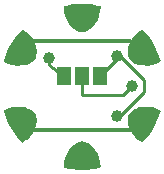
<source format=gbr>
G04 EAGLE Gerber RS-274X export*
G75*
%MOMM*%
%FSLAX34Y34*%
%LPD*%
%INBottom Copper*%
%IPPOS*%
%AMOC8*
5,1,8,0,0,1.08239X$1,22.5*%
G01*
%ADD10C,2.184400*%
%ADD11R,1.168400X1.600200*%
%ADD12C,0.254000*%
%ADD13C,1.008000*%
%ADD14C,0.304800*%

G36*
X3062Y-70944D02*
X3062Y-70944D01*
X3099Y-70946D01*
X9133Y-70312D01*
X9160Y-70304D01*
X9198Y-70302D01*
X15132Y-69040D01*
X15154Y-69031D01*
X15178Y-69029D01*
X15257Y-68989D01*
X15340Y-68956D01*
X15357Y-68940D01*
X15378Y-68929D01*
X15411Y-68895D01*
X15413Y-68893D01*
X15422Y-68883D01*
X15439Y-68864D01*
X15505Y-68804D01*
X15516Y-68783D01*
X15532Y-68765D01*
X15548Y-68727D01*
X15555Y-68719D01*
X15568Y-68681D01*
X15607Y-68604D01*
X15610Y-68581D01*
X15619Y-68559D01*
X15622Y-68521D01*
X15627Y-68506D01*
X15626Y-68467D01*
X15630Y-68411D01*
X15633Y-68381D01*
X15632Y-68377D01*
X15632Y-68372D01*
X15345Y-64613D01*
X15334Y-64573D01*
X15329Y-64515D01*
X14457Y-60848D01*
X14440Y-60810D01*
X14426Y-60753D01*
X12991Y-57268D01*
X12969Y-57233D01*
X12946Y-57179D01*
X10983Y-53961D01*
X10956Y-53930D01*
X10925Y-53880D01*
X8483Y-51009D01*
X8445Y-50978D01*
X8389Y-50919D01*
X6603Y-49533D01*
X6578Y-49520D01*
X6574Y-49515D01*
X6563Y-49510D01*
X6535Y-49487D01*
X4583Y-48346D01*
X4550Y-48334D01*
X4509Y-48309D01*
X2426Y-47432D01*
X2391Y-47425D01*
X2347Y-47405D01*
X168Y-46808D01*
X92Y-46802D01*
X19Y-46786D01*
X-24Y-46791D01*
X-56Y-46788D01*
X-100Y-46800D01*
X-168Y-46808D01*
X-2347Y-47405D01*
X-2379Y-47421D01*
X-2426Y-47432D01*
X-4509Y-48309D01*
X-4539Y-48328D01*
X-4583Y-48346D01*
X-6535Y-49487D01*
X-6561Y-49510D01*
X-6603Y-49533D01*
X-8389Y-50919D01*
X-8422Y-50956D01*
X-8483Y-51009D01*
X-10925Y-53880D01*
X-10946Y-53916D01*
X-10983Y-53961D01*
X-12946Y-57179D01*
X-12961Y-57217D01*
X-12991Y-57268D01*
X-14426Y-60753D01*
X-14435Y-60794D01*
X-14457Y-60848D01*
X-15329Y-64515D01*
X-15331Y-64556D01*
X-15345Y-64613D01*
X-15632Y-68372D01*
X-15630Y-68395D01*
X-15634Y-68419D01*
X-15622Y-68490D01*
X-15620Y-68543D01*
X-15613Y-68560D01*
X-15610Y-68595D01*
X-15599Y-68616D01*
X-15595Y-68640D01*
X-15550Y-68716D01*
X-15550Y-68717D01*
X-15536Y-68751D01*
X-15529Y-68758D01*
X-15511Y-68796D01*
X-15493Y-68813D01*
X-15481Y-68833D01*
X-15413Y-68889D01*
X-15391Y-68910D01*
X-15384Y-68917D01*
X-15382Y-68918D01*
X-15348Y-68950D01*
X-15326Y-68960D01*
X-15307Y-68975D01*
X-15170Y-69026D01*
X-15141Y-69038D01*
X-15137Y-69039D01*
X-15132Y-69040D01*
X-9198Y-70302D01*
X-9169Y-70303D01*
X-9133Y-70312D01*
X-3099Y-70946D01*
X-3071Y-70944D01*
X-3033Y-70950D01*
X3033Y-70950D01*
X3062Y-70944D01*
G37*
G36*
X-51160Y17469D02*
X-51160Y17469D01*
X-51120Y17477D01*
X-51061Y17479D01*
X-47354Y18158D01*
X-47307Y18175D01*
X-47228Y18194D01*
X-45135Y19048D01*
X-45105Y19067D01*
X-45061Y19084D01*
X-43097Y20204D01*
X-43070Y20226D01*
X-43028Y20249D01*
X-41227Y21615D01*
X-41203Y21641D01*
X-41165Y21670D01*
X-39558Y23259D01*
X-39514Y23321D01*
X-39464Y23377D01*
X-39451Y23407D01*
X-39446Y23414D01*
X-39443Y23422D01*
X-39429Y23443D01*
X-39417Y23487D01*
X-39390Y23549D01*
X-38817Y25736D01*
X-38814Y25771D01*
X-38801Y25817D01*
X-38519Y28060D01*
X-38521Y28095D01*
X-38514Y28142D01*
X-38526Y30402D01*
X-38533Y30437D01*
X-38532Y30485D01*
X-38839Y32724D01*
X-38855Y32771D01*
X-38870Y32851D01*
X-40136Y36402D01*
X-40157Y36437D01*
X-40177Y36492D01*
X-41982Y39801D01*
X-42008Y39833D01*
X-42037Y39885D01*
X-44337Y42870D01*
X-44368Y42898D01*
X-44404Y42944D01*
X-47144Y45533D01*
X-47178Y45555D01*
X-47221Y45595D01*
X-50332Y47724D01*
X-50354Y47734D01*
X-50372Y47749D01*
X-50455Y47779D01*
X-50470Y47786D01*
X-50486Y47794D01*
X-50489Y47794D01*
X-50537Y47816D01*
X-50561Y47817D01*
X-50583Y47825D01*
X-50672Y47825D01*
X-50761Y47831D01*
X-50783Y47824D01*
X-50807Y47824D01*
X-50891Y47792D01*
X-50976Y47767D01*
X-50995Y47752D01*
X-51017Y47744D01*
X-51093Y47682D01*
X-51116Y47668D01*
X-51129Y47651D01*
X-51131Y47650D01*
X-51155Y47632D01*
X-51157Y47628D01*
X-51162Y47625D01*
X-55221Y43117D01*
X-55236Y43092D01*
X-55263Y43065D01*
X-58828Y38157D01*
X-58841Y38131D01*
X-58864Y38102D01*
X-61898Y32848D01*
X-61907Y32821D01*
X-61928Y32789D01*
X-64395Y27247D01*
X-64402Y27219D01*
X-64419Y27185D01*
X-66293Y21416D01*
X-66297Y21392D01*
X-66306Y21370D01*
X-66312Y21282D01*
X-66324Y21193D01*
X-66319Y21170D01*
X-66320Y21146D01*
X-66295Y21061D01*
X-66275Y20974D01*
X-66262Y20954D01*
X-66255Y20932D01*
X-66202Y20861D01*
X-66153Y20786D01*
X-66134Y20772D01*
X-66120Y20753D01*
X-65997Y20670D01*
X-65973Y20652D01*
X-65969Y20651D01*
X-65965Y20648D01*
X-62566Y19018D01*
X-62526Y19007D01*
X-62473Y18982D01*
X-58861Y17904D01*
X-58820Y17899D01*
X-58764Y17883D01*
X-55028Y17383D01*
X-54987Y17385D01*
X-54928Y17378D01*
X-51160Y17469D01*
G37*
G36*
X54969Y17384D02*
X54969Y17384D01*
X55028Y17383D01*
X58764Y17883D01*
X58803Y17896D01*
X58861Y17904D01*
X62473Y18982D01*
X62510Y19001D01*
X62566Y19018D01*
X65965Y20648D01*
X65984Y20662D01*
X66006Y20670D01*
X66074Y20727D01*
X66146Y20779D01*
X66160Y20799D01*
X66178Y20814D01*
X66222Y20891D01*
X66271Y20965D01*
X66277Y20989D01*
X66289Y21009D01*
X66303Y21097D01*
X66323Y21184D01*
X66321Y21207D01*
X66324Y21231D01*
X66300Y21377D01*
X66296Y21406D01*
X66294Y21410D01*
X66293Y21416D01*
X64419Y27185D01*
X64405Y27211D01*
X64395Y27247D01*
X61928Y32789D01*
X61911Y32813D01*
X61898Y32848D01*
X58864Y38102D01*
X58846Y38124D01*
X58828Y38157D01*
X55263Y43065D01*
X55242Y43085D01*
X55221Y43117D01*
X51162Y47625D01*
X51143Y47639D01*
X51129Y47659D01*
X51099Y47679D01*
X51087Y47691D01*
X51054Y47709D01*
X50984Y47762D01*
X50962Y47769D01*
X50942Y47783D01*
X50855Y47803D01*
X50770Y47830D01*
X50746Y47828D01*
X50723Y47834D01*
X50635Y47823D01*
X50546Y47818D01*
X50524Y47809D01*
X50501Y47806D01*
X50453Y47782D01*
X50450Y47782D01*
X50444Y47778D01*
X50368Y47741D01*
X50340Y47729D01*
X50337Y47726D01*
X50332Y47724D01*
X47221Y45595D01*
X47192Y45566D01*
X47144Y45533D01*
X44404Y42944D01*
X44380Y42911D01*
X44337Y42870D01*
X42037Y39885D01*
X42018Y39848D01*
X41982Y39801D01*
X40177Y36492D01*
X40164Y36453D01*
X40136Y36402D01*
X38870Y32851D01*
X38862Y32802D01*
X38839Y32724D01*
X38532Y30485D01*
X38534Y30450D01*
X38526Y30402D01*
X38514Y28142D01*
X38520Y28107D01*
X38519Y28060D01*
X38801Y25817D01*
X38812Y25783D01*
X38817Y25736D01*
X39390Y23549D01*
X39422Y23481D01*
X39445Y23409D01*
X39463Y23385D01*
X39465Y23382D01*
X39471Y23375D01*
X39485Y23346D01*
X39517Y23314D01*
X39558Y23259D01*
X41165Y21670D01*
X41194Y21650D01*
X41227Y21615D01*
X43028Y20249D01*
X43060Y20233D01*
X43097Y20204D01*
X45061Y19084D01*
X45094Y19072D01*
X45135Y19048D01*
X47228Y18194D01*
X47277Y18184D01*
X47354Y18158D01*
X51061Y17479D01*
X51102Y17479D01*
X51160Y17469D01*
X54928Y17378D01*
X54969Y17384D01*
G37*
G36*
X50783Y-47824D02*
X50783Y-47824D01*
X50807Y-47824D01*
X50891Y-47792D01*
X50976Y-47767D01*
X50995Y-47752D01*
X51017Y-47744D01*
X51131Y-47650D01*
X51155Y-47632D01*
X51157Y-47628D01*
X51162Y-47625D01*
X55221Y-43117D01*
X55236Y-43092D01*
X55263Y-43065D01*
X58828Y-38157D01*
X58841Y-38131D01*
X58864Y-38102D01*
X61898Y-32848D01*
X61907Y-32821D01*
X61928Y-32789D01*
X64395Y-27247D01*
X64402Y-27219D01*
X64419Y-27185D01*
X66293Y-21416D01*
X66297Y-21392D01*
X66306Y-21370D01*
X66312Y-21282D01*
X66324Y-21193D01*
X66319Y-21170D01*
X66320Y-21146D01*
X66295Y-21061D01*
X66275Y-20974D01*
X66262Y-20954D01*
X66255Y-20932D01*
X66202Y-20861D01*
X66153Y-20786D01*
X66134Y-20772D01*
X66120Y-20753D01*
X65997Y-20670D01*
X65973Y-20652D01*
X65969Y-20651D01*
X65965Y-20648D01*
X62566Y-19018D01*
X62526Y-19007D01*
X62473Y-18982D01*
X58861Y-17904D01*
X58820Y-17899D01*
X58764Y-17883D01*
X55028Y-17383D01*
X54987Y-17385D01*
X54928Y-17378D01*
X51160Y-17469D01*
X51120Y-17477D01*
X51061Y-17479D01*
X47354Y-18158D01*
X47307Y-18175D01*
X47228Y-18194D01*
X45135Y-19048D01*
X45105Y-19067D01*
X45061Y-19084D01*
X43097Y-20204D01*
X43070Y-20226D01*
X43028Y-20249D01*
X41227Y-21615D01*
X41203Y-21641D01*
X41165Y-21670D01*
X39558Y-23259D01*
X39514Y-23321D01*
X39464Y-23377D01*
X39447Y-23416D01*
X39429Y-23443D01*
X39417Y-23487D01*
X39390Y-23549D01*
X38817Y-25736D01*
X38814Y-25771D01*
X38801Y-25817D01*
X38519Y-28060D01*
X38521Y-28095D01*
X38514Y-28142D01*
X38526Y-30402D01*
X38533Y-30437D01*
X38532Y-30485D01*
X38839Y-32724D01*
X38843Y-32737D01*
X38844Y-32743D01*
X38853Y-32767D01*
X38855Y-32771D01*
X38870Y-32851D01*
X40136Y-36402D01*
X40157Y-36437D01*
X40177Y-36492D01*
X41982Y-39801D01*
X42008Y-39833D01*
X42037Y-39885D01*
X44337Y-42870D01*
X44368Y-42898D01*
X44404Y-42944D01*
X47144Y-45533D01*
X47178Y-45555D01*
X47221Y-45595D01*
X50332Y-47724D01*
X50354Y-47734D01*
X50372Y-47749D01*
X50455Y-47779D01*
X50537Y-47816D01*
X50561Y-47817D01*
X50583Y-47825D01*
X50672Y-47825D01*
X50761Y-47831D01*
X50783Y-47824D01*
G37*
G36*
X-50635Y-47823D02*
X-50635Y-47823D01*
X-50546Y-47818D01*
X-50524Y-47809D01*
X-50501Y-47806D01*
X-50368Y-47741D01*
X-50340Y-47729D01*
X-50337Y-47726D01*
X-50332Y-47724D01*
X-47221Y-45595D01*
X-47192Y-45566D01*
X-47144Y-45533D01*
X-44404Y-42944D01*
X-44380Y-42911D01*
X-44337Y-42870D01*
X-42037Y-39885D01*
X-42018Y-39848D01*
X-41982Y-39801D01*
X-40177Y-36492D01*
X-40164Y-36453D01*
X-40136Y-36402D01*
X-38870Y-32851D01*
X-38862Y-32802D01*
X-38839Y-32724D01*
X-38532Y-30485D01*
X-38534Y-30450D01*
X-38526Y-30402D01*
X-38514Y-28142D01*
X-38520Y-28107D01*
X-38519Y-28060D01*
X-38801Y-25817D01*
X-38812Y-25783D01*
X-38817Y-25736D01*
X-39390Y-23549D01*
X-39422Y-23481D01*
X-39445Y-23409D01*
X-39471Y-23375D01*
X-39485Y-23346D01*
X-39517Y-23314D01*
X-39558Y-23259D01*
X-41165Y-21670D01*
X-41194Y-21650D01*
X-41227Y-21615D01*
X-43028Y-20249D01*
X-43060Y-20233D01*
X-43097Y-20204D01*
X-45061Y-19084D01*
X-45094Y-19072D01*
X-45135Y-19048D01*
X-47228Y-18194D01*
X-47277Y-18184D01*
X-47354Y-18158D01*
X-51061Y-17479D01*
X-51102Y-17479D01*
X-51160Y-17469D01*
X-54928Y-17378D01*
X-54969Y-17384D01*
X-55028Y-17383D01*
X-58764Y-17883D01*
X-58803Y-17896D01*
X-58861Y-17904D01*
X-62473Y-18982D01*
X-62510Y-19001D01*
X-62566Y-19018D01*
X-65965Y-20648D01*
X-65984Y-20662D01*
X-66006Y-20670D01*
X-66074Y-20727D01*
X-66146Y-20779D01*
X-66160Y-20799D01*
X-66178Y-20814D01*
X-66222Y-20891D01*
X-66271Y-20965D01*
X-66277Y-20989D01*
X-66289Y-21009D01*
X-66303Y-21097D01*
X-66323Y-21184D01*
X-66321Y-21207D01*
X-66324Y-21231D01*
X-66300Y-21377D01*
X-66296Y-21406D01*
X-66294Y-21410D01*
X-66293Y-21416D01*
X-64419Y-27185D01*
X-64405Y-27211D01*
X-64395Y-27247D01*
X-61928Y-32789D01*
X-61911Y-32813D01*
X-61898Y-32848D01*
X-58864Y-38102D01*
X-58846Y-38124D01*
X-58828Y-38157D01*
X-55263Y-43065D01*
X-55242Y-43085D01*
X-55221Y-43117D01*
X-51162Y-47625D01*
X-51143Y-47639D01*
X-51129Y-47659D01*
X-51055Y-47708D01*
X-50984Y-47762D01*
X-50962Y-47769D01*
X-50942Y-47783D01*
X-50855Y-47803D01*
X-50770Y-47830D01*
X-50746Y-47828D01*
X-50723Y-47834D01*
X-50635Y-47823D01*
G37*
G36*
X24Y45521D02*
X24Y45521D01*
X56Y45518D01*
X100Y45530D01*
X168Y45538D01*
X2347Y46135D01*
X2379Y46151D01*
X2426Y46162D01*
X4509Y47039D01*
X4539Y47058D01*
X4583Y47076D01*
X6535Y48217D01*
X6561Y48240D01*
X6603Y48263D01*
X8389Y49649D01*
X8422Y49686D01*
X8483Y49739D01*
X10925Y52610D01*
X10946Y52646D01*
X10983Y52691D01*
X12946Y55909D01*
X12961Y55947D01*
X12991Y55998D01*
X14426Y59483D01*
X14435Y59524D01*
X14457Y59578D01*
X15329Y63245D01*
X15331Y63286D01*
X15345Y63343D01*
X15632Y67102D01*
X15630Y67125D01*
X15634Y67149D01*
X15619Y67236D01*
X15610Y67325D01*
X15599Y67346D01*
X15595Y67370D01*
X15550Y67446D01*
X15511Y67526D01*
X15493Y67543D01*
X15481Y67563D01*
X15413Y67619D01*
X15348Y67680D01*
X15326Y67690D01*
X15307Y67705D01*
X15170Y67756D01*
X15141Y67768D01*
X15137Y67769D01*
X15132Y67770D01*
X9198Y69032D01*
X9169Y69033D01*
X9133Y69042D01*
X3099Y69676D01*
X3071Y69674D01*
X3033Y69680D01*
X-3033Y69680D01*
X-3062Y69674D01*
X-3099Y69676D01*
X-9133Y69042D01*
X-9160Y69034D01*
X-9198Y69032D01*
X-15132Y67770D01*
X-15154Y67761D01*
X-15178Y67759D01*
X-15257Y67719D01*
X-15340Y67686D01*
X-15357Y67670D01*
X-15378Y67659D01*
X-15439Y67594D01*
X-15505Y67534D01*
X-15516Y67513D01*
X-15532Y67495D01*
X-15566Y67413D01*
X-15607Y67334D01*
X-15610Y67311D01*
X-15619Y67289D01*
X-15630Y67141D01*
X-15633Y67111D01*
X-15632Y67107D01*
X-15632Y67102D01*
X-15345Y63343D01*
X-15334Y63303D01*
X-15329Y63245D01*
X-14457Y59578D01*
X-14440Y59540D01*
X-14426Y59483D01*
X-12991Y55998D01*
X-12969Y55963D01*
X-12946Y55909D01*
X-10983Y52691D01*
X-10956Y52660D01*
X-10925Y52610D01*
X-8483Y49739D01*
X-8445Y49708D01*
X-8389Y49649D01*
X-6603Y48263D01*
X-6572Y48247D01*
X-6535Y48217D01*
X-4583Y47076D01*
X-4550Y47064D01*
X-4509Y47039D01*
X-2426Y46162D01*
X-2391Y46155D01*
X-2347Y46135D01*
X-168Y45538D01*
X-92Y45532D01*
X-19Y45516D01*
X24Y45521D01*
G37*
D10*
X49530Y-29210D03*
X-49530Y-29210D03*
X-49530Y29210D03*
X49530Y29210D03*
X0Y-58420D03*
X0Y57150D03*
D11*
X-15240Y8890D03*
X0Y8890D03*
X15240Y8890D03*
D12*
X-15240Y8890D02*
X-27940Y17780D01*
X-27940Y24130D01*
D13*
X-27940Y24130D03*
X29210Y25400D03*
X29210Y-25400D03*
D12*
X31750Y-25400D01*
X52070Y-5080D01*
X52070Y5080D01*
X31750Y25400D01*
X29210Y25400D01*
X29210Y22860D02*
X15240Y8890D01*
X29210Y22860D02*
X29210Y25400D01*
D14*
X-41910Y-36830D02*
X-49530Y-29210D01*
X-41910Y-36830D02*
X41910Y-36830D01*
X49530Y-29210D01*
X49530Y29210D02*
X40640Y38100D01*
X-40640Y38100D01*
X-49530Y29210D01*
D13*
X41910Y0D03*
D12*
X0Y-7620D02*
X0Y8890D01*
X0Y-7620D02*
X34290Y-7620D01*
X41910Y0D01*
M02*

</source>
